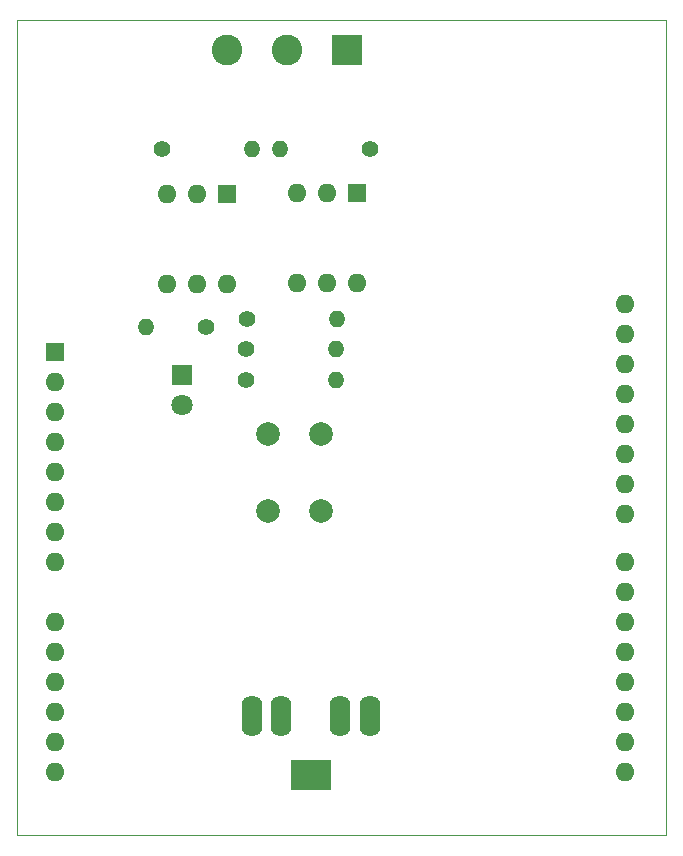
<source format=gbl>
G04 #@! TF.GenerationSoftware,KiCad,Pcbnew,(5.1.9)-1*
G04 #@! TF.CreationDate,2021-08-12T11:56:45-03:00*
G04 #@! TF.ProjectId,Alarma,416c6172-6d61-42e6-9b69-6361645f7063,rev?*
G04 #@! TF.SameCoordinates,Original*
G04 #@! TF.FileFunction,Copper,L2,Bot*
G04 #@! TF.FilePolarity,Positive*
%FSLAX46Y46*%
G04 Gerber Fmt 4.6, Leading zero omitted, Abs format (unit mm)*
G04 Created by KiCad (PCBNEW (5.1.9)-1) date 2021-08-12 11:56:45*
%MOMM*%
%LPD*%
G01*
G04 APERTURE LIST*
G04 #@! TA.AperFunction,Profile*
%ADD10C,0.050000*%
G04 #@! TD*
G04 #@! TA.AperFunction,ComponentPad*
%ADD11O,1.400000X1.400000*%
G04 #@! TD*
G04 #@! TA.AperFunction,ComponentPad*
%ADD12C,1.400000*%
G04 #@! TD*
G04 #@! TA.AperFunction,ComponentPad*
%ADD13C,1.800000*%
G04 #@! TD*
G04 #@! TA.AperFunction,ComponentPad*
%ADD14R,1.800000X1.800000*%
G04 #@! TD*
G04 #@! TA.AperFunction,ComponentPad*
%ADD15O,1.750000X3.500000*%
G04 #@! TD*
G04 #@! TA.AperFunction,ComponentPad*
%ADD16R,3.500000X2.500000*%
G04 #@! TD*
G04 #@! TA.AperFunction,ComponentPad*
%ADD17O,1.600000X1.600000*%
G04 #@! TD*
G04 #@! TA.AperFunction,ComponentPad*
%ADD18R,1.600000X1.600000*%
G04 #@! TD*
G04 #@! TA.AperFunction,ComponentPad*
%ADD19C,2.000000*%
G04 #@! TD*
G04 #@! TA.AperFunction,ComponentPad*
%ADD20C,2.600000*%
G04 #@! TD*
G04 #@! TA.AperFunction,ComponentPad*
%ADD21R,2.600000X2.600000*%
G04 #@! TD*
G04 APERTURE END LIST*
D10*
X113000000Y-53000000D02*
X113000000Y-122000000D01*
X168000000Y-122000000D02*
X113000000Y-122000000D01*
X168000000Y-53000000D02*
X168000000Y-122000000D01*
X168000000Y-53000000D02*
X113000000Y-53000000D01*
D11*
X123920000Y-79000000D03*
D12*
X129000000Y-79000000D03*
D13*
X127000000Y-85540000D03*
D14*
X127000000Y-83000000D03*
D15*
X140400000Y-111890000D03*
X135400000Y-111890000D03*
X142900000Y-111890000D03*
X132900000Y-111890000D03*
D16*
X137900000Y-116896000D03*
D17*
X164535000Y-114120000D03*
X164535000Y-116660000D03*
X116275000Y-116660000D03*
X116275000Y-114120000D03*
X164535000Y-82120000D03*
X116275000Y-111580000D03*
X164535000Y-84660000D03*
X116275000Y-109040000D03*
X164535000Y-87200000D03*
X116275000Y-106500000D03*
X164535000Y-89740000D03*
X116275000Y-103960000D03*
X164535000Y-92280000D03*
X116275000Y-98880000D03*
X164535000Y-94820000D03*
X116275000Y-96340000D03*
X164535000Y-98880000D03*
X116275000Y-93800000D03*
X164535000Y-101420000D03*
X116275000Y-91260000D03*
X164535000Y-103960000D03*
X116275000Y-88720000D03*
X164535000Y-106500000D03*
X116275000Y-86180000D03*
X164535000Y-109040000D03*
X116275000Y-83640000D03*
X164535000Y-111580000D03*
D18*
X116275000Y-81100000D03*
D17*
X164535000Y-77040000D03*
X164535000Y-79580000D03*
D11*
X140045000Y-83425000D03*
D12*
X132425000Y-83425000D03*
D11*
X132945000Y-63925000D03*
D12*
X125325000Y-63925000D03*
D17*
X141850000Y-75220000D03*
X136770000Y-67600000D03*
X139310000Y-75220000D03*
X139310000Y-67600000D03*
X136770000Y-75220000D03*
D18*
X141850000Y-67600000D03*
D17*
X130850000Y-75295000D03*
X125770000Y-67675000D03*
X128310000Y-75295000D03*
X128310000Y-67675000D03*
X125770000Y-75295000D03*
D18*
X130850000Y-67675000D03*
D19*
X134250000Y-88000000D03*
X138750000Y-88000000D03*
X134250000Y-94500000D03*
X138750000Y-94500000D03*
D11*
X140095000Y-78275000D03*
D12*
X132475000Y-78275000D03*
D11*
X140070000Y-80800000D03*
D12*
X132450000Y-80800000D03*
D11*
X135280000Y-63925000D03*
D12*
X142900000Y-63925000D03*
D20*
X130840000Y-55500000D03*
X135920000Y-55500000D03*
D21*
X141000000Y-55500000D03*
M02*

</source>
